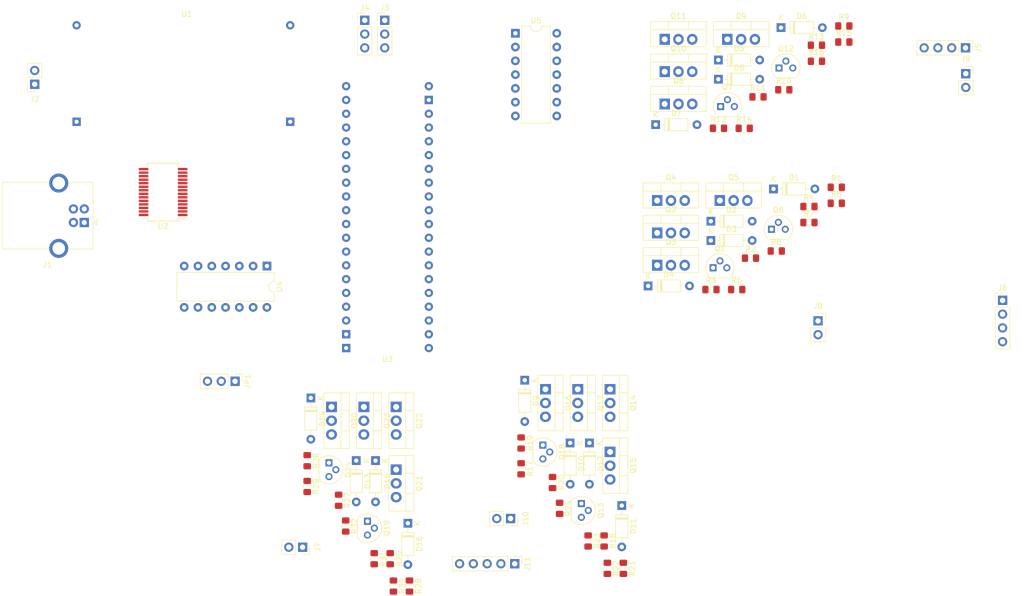
<source format=kicad_pcb>
(kicad_pcb (version 20171130) (host pcbnew "(5.1.0)-1")
  (layers (0 F.Cu signal) (31 B.Cu signal) (34 B.Paste user) (35 F.Paste user) (36 B.SilkS user) (37 F.SilkS user) (38 B.Mask user) (39 F.Mask user) (44 Edge.Cuts user))
  (net 0 "")
  (net 1 HV)
  (net 2 /H_Bridge_1/Motor_+)
  (net 3 GND)
  (net 4 /H_Bridge_1/Motor_-)
  (net 5 /sheet5CA0C204/Motor_+)
  (net 6 /sheet5CA0C204/Motor_-)
  (net 7 /sheet5CA1B149/Motor_+)
  (net 8 /sheet5CA1B149/Motor_-)
  (net 9 /sheet5CA227AD/Motor_+)
  (net 10 /sheet5CA227AD/Motor_-)
  (net 11 "Net-(J1-Pad1)")
  (net 12 "Net-(J1-Pad2)")
  (net 13 "Net-(J1-Pad3)")
  (net 14 5V)
  (net 15 "Net-(J3-Pad3)")
  (net 16 "Net-(J4-Pad3)")
  (net 17 ENC1A)
  (net 18 ENC1B)
  (net 19 ENC2B)
  (net 20 ENC2A)
  (net 21 "Net-(J11-Pad3)")
  (net 22 "Net-(Q1-Pad3)")
  (net 23 /H_Bridge_1/PWM_1)
  (net 24 "Net-(Q2-Pad1)")
  (net 25 "Net-(Q4-Pad1)")
  (net 26 /H_Bridge_1/PWM_2)
  (net 27 "Net-(Q6-Pad3)")
  (net 28 "Net-(Q7-Pad3)")
  (net 29 /sheet5CA0C204/PWM_1)
  (net 30 "Net-(Q8-Pad1)")
  (net 31 "Net-(Q10-Pad1)")
  (net 32 /sheet5CA0C204/PWM_2)
  (net 33 "Net-(Q12-Pad3)")
  (net 34 /sheet5CA1B149/PWM_1)
  (net 35 "Net-(Q13-Pad3)")
  (net 36 "Net-(Q14-Pad1)")
  (net 37 "Net-(Q16-Pad1)")
  (net 38 /sheet5CA1B149/PWM_2)
  (net 39 "Net-(Q18-Pad3)")
  (net 40 "Net-(Q19-Pad3)")
  (net 41 /sheet5CA227AD/PWM_1)
  (net 42 "Net-(Q20-Pad1)")
  (net 43 "Net-(Q22-Pad1)")
  (net 44 "Net-(Q24-Pad3)")
  (net 45 /sheet5CA227AD/PWM_2)
  (net 46 "Net-(U2-Pad1)")
  (net 47 "Net-(U2-Pad2)")
  (net 48 "Net-(U2-Pad3)")
  (net 49 "Net-(U2-Pad17)")
  (net 50 "Net-(U2-Pad5)")
  (net 51 "Net-(U2-Pad6)")
  (net 52 "Net-(U2-Pad9)")
  (net 53 "Net-(U2-Pad10)")
  (net 54 "Net-(U2-Pad11)")
  (net 55 "Net-(U2-Pad12)")
  (net 56 "Net-(U2-Pad13)")
  (net 57 "Net-(U2-Pad14)")
  (net 58 "Net-(U2-Pad22)")
  (net 59 "Net-(U2-Pad23)")
  (net 60 "Net-(U2-Pad27)")
  (net 61 "Net-(U2-Pad28)")
  (net 62 "Net-(U3-Pad3)")
  (net 63 "Net-(U3-Pad4)")
  (net 64 "Net-(U3-Pad5)")
  (net 65 "Net-(U3-Pad6)")
  (net 66 "Net-(U3-Pad7)")
  (net 67 "Net-(U3-Pad8)")
  (net 68 "Net-(U3-Pad11)")
  (net 69 "Net-(U3-Pad12)")
  (net 70 "Net-(U3-Pad17)")
  (net 71 "Net-(U3-Pad18)")
  (net 72 "Net-(U3-Pad19)")
  (net 73 "Net-(U3-Pad20)")
  (net 74 "Net-(U3-Pad21)")
  (net 75 "Net-(U3-Pad24)")
  (net 76 "Net-(U3-Pad25)")
  (net 77 "Net-(U3-Pad28)")
  (net 78 "Net-(U3-Pad29)")
  (net 79 "Net-(U3-Pad30)")
  (net 80 "Net-(U3-Pad31)")
  (net 81 "Net-(U3-Pad32)")
  (net 82 "Net-(U3-Pad33)")
  (net 83 "Net-(U3-Pad34)")
  (net 84 "Net-(U3-Pad35)")
  (net 85 "Net-(U3-Pad36)")
  (net 86 "Net-(U3-Pad37)")
  (net 87 "Net-(U3-Pad38)")
  (net 88 "Net-(U3-Pad39)")
  (net 89 "Net-(U3-Pad40)")
  (net 90 "Net-(U4-Pad13)")
  (net 91 "Net-(U4-Pad12)")
  (net 92 "Net-(U4-Pad11)")
  (net 93 "Net-(U4-Pad10)")
  (net 94 "Net-(U5-Pad10)")
  (net 95 "Net-(U5-Pad11)")
  (net 96 "Net-(U5-Pad12)")
  (net 97 "Net-(U5-Pad13)")
  (module Diode_THT:D_DO-35_SOD27_P7.62mm_Horizontal (layer F.Cu) (at 166.034001 48.112601)
    (fp_text reference D1 (at 3.81 -2.12) (layer F.SilkS))
    (fp_text value 1N4148)
    (fp_text user K (at 0 -1.8) (layer F.SilkS))
    (pad 1 thru_hole rect (at 0 0) (size 1.6 1.6) (drill 0.8) (layers *.Cu *.Mask) (net 1 HV))
    (pad 2 thru_hole oval (at 7.62 0) (size 1.6 1.6) (drill 0.8) (layers *.Cu *.Mask) (net 2 /H_Bridge_1/Motor_+))
  )
  (module Diode_THT:D_DO-35_SOD27_P7.62mm_Horizontal (layer F.Cu) (at 154.484001 54.072601)
    (fp_text reference D2 (at 3.81 -2.12) (layer F.SilkS))
    (fp_text value 1N4148)
    (fp_text user K (at 0 -1.8) (layer F.SilkS))
    (pad 2 thru_hole oval (at 7.62 0) (size 1.6 1.6) (drill 0.8) (layers *.Cu *.Mask) (net 3 GND))
    (pad 1 thru_hole rect (at 0 0) (size 1.6 1.6) (drill 0.8) (layers *.Cu *.Mask) (net 2 /H_Bridge_1/Motor_+))
  )
  (module Diode_THT:D_DO-35_SOD27_P7.62mm_Horizontal (layer F.Cu) (at 154.484001 57.622601)
    (fp_text reference D3 (at 3.81 -2.12) (layer F.SilkS))
    (fp_text value 1N4148)
    (fp_text user K (at 0 -1.8) (layer F.SilkS))
    (pad 1 thru_hole rect (at 0 0) (size 1.6 1.6) (drill 0.8) (layers *.Cu *.Mask) (net 1 HV))
    (pad 2 thru_hole oval (at 7.62 0) (size 1.6 1.6) (drill 0.8) (layers *.Cu *.Mask) (net 4 /H_Bridge_1/Motor_-))
  )
  (module Diode_THT:D_DO-35_SOD27_P7.62mm_Horizontal (layer F.Cu) (at 142.934001 65.992601)
    (fp_text reference D4 (at 3.81 -2.12) (layer F.SilkS))
    (fp_text value 1N4148)
    (fp_text user K (at 0 -1.8) (layer F.SilkS))
    (pad 2 thru_hole oval (at 7.62 0) (size 1.6 1.6) (drill 0.8) (layers *.Cu *.Mask) (net 3 GND))
    (pad 1 thru_hole rect (at 0 0) (size 1.6 1.6) (drill 0.8) (layers *.Cu *.Mask) (net 4 /H_Bridge_1/Motor_-))
  )
  (module Diode_THT:D_DO-35_SOD27_P7.62mm_Horizontal (layer F.Cu) (at 155.870001 24.354601)
    (fp_text reference D5 (at 3.81 -2.12) (layer F.SilkS))
    (fp_text value 1N4148)
    (fp_text user K (at 0 -1.8) (layer F.SilkS))
    (pad 2 thru_hole oval (at 7.62 0) (size 1.6 1.6) (drill 0.8) (layers *.Cu *.Mask) (net 5 /sheet5CA0C204/Motor_+))
    (pad 1 thru_hole rect (at 0 0) (size 1.6 1.6) (drill 0.8) (layers *.Cu *.Mask) (net 1 HV))
  )
  (module Diode_THT:D_DO-35_SOD27_P7.62mm_Horizontal (layer F.Cu) (at 167.420001 18.394601)
    (fp_text reference D6 (at 3.81 -2.12) (layer F.SilkS))
    (fp_text value 1N4148)
    (fp_text user K (at 0 -1.8) (layer F.SilkS))
    (pad 1 thru_hole rect (at 0 0) (size 1.6 1.6) (drill 0.8) (layers *.Cu *.Mask) (net 5 /sheet5CA0C204/Motor_+))
    (pad 2 thru_hole oval (at 7.62 0) (size 1.6 1.6) (drill 0.8) (layers *.Cu *.Mask) (net 3 GND))
  )
  (module Diode_THT:D_DO-35_SOD27_P7.62mm_Horizontal (layer F.Cu) (at 144.320001 36.274601)
    (fp_text reference D7 (at 3.81 -2.12) (layer F.SilkS))
    (fp_text value 1N4148)
    (fp_text user K (at 0 -1.8) (layer F.SilkS))
    (pad 2 thru_hole oval (at 7.62 0) (size 1.6 1.6) (drill 0.8) (layers *.Cu *.Mask) (net 6 /sheet5CA0C204/Motor_-))
    (pad 1 thru_hole rect (at 0 0) (size 1.6 1.6) (drill 0.8) (layers *.Cu *.Mask) (net 1 HV))
  )
  (module Diode_THT:D_DO-35_SOD27_P7.62mm_Horizontal (layer F.Cu) (at 155.870001 27.904601)
    (fp_text reference D8 (at 3.81 -2.12) (layer F.SilkS))
    (fp_text value 1N4148)
    (fp_text user K (at 0 -1.8) (layer F.SilkS))
    (pad 1 thru_hole rect (at 0 0) (size 1.6 1.6) (drill 0.8) (layers *.Cu *.Mask) (net 6 /sheet5CA0C204/Motor_-))
    (pad 2 thru_hole oval (at 7.62 0) (size 1.6 1.6) (drill 0.8) (layers *.Cu *.Mask) (net 3 GND))
  )
  (module Diode_THT:D_DO-35_SOD27_P7.62mm_Horizontal (layer F.Cu) (at 120.189399 83.373401 270)
    (fp_text reference D9 (at 3.81 -2.12 270) (layer F.SilkS))
    (fp_text value 1N4148)
    (fp_text user K (at 0 -1.8 270) (layer F.SilkS))
    (pad 2 thru_hole oval (at 7.62 0 270) (size 1.6 1.6) (drill 0.8) (layers *.Cu *.Mask) (net 7 /sheet5CA1B149/Motor_+))
    (pad 1 thru_hole rect (at 0 0 270) (size 1.6 1.6) (drill 0.8) (layers *.Cu *.Mask) (net 1 HV))
  )
  (module Diode_THT:D_DO-35_SOD27_P7.62mm_Horizontal (layer F.Cu) (at 128.559399 94.923401 270)
    (fp_text reference D10 (at 3.81 -2.12 270) (layer F.SilkS))
    (fp_text value 1N4148)
    (fp_text user K (at 0 -1.8 270) (layer F.SilkS))
    (pad 1 thru_hole rect (at 0 0 270) (size 1.6 1.6) (drill 0.8) (layers *.Cu *.Mask) (net 7 /sheet5CA1B149/Motor_+))
    (pad 2 thru_hole oval (at 7.62 0 270) (size 1.6 1.6) (drill 0.8) (layers *.Cu *.Mask) (net 3 GND))
  )
  (module Diode_THT:D_DO-35_SOD27_P7.62mm_Horizontal (layer F.Cu) (at 138.069399 106.473401 270)
    (fp_text reference D11 (at 3.81 -2.12 270) (layer F.SilkS))
    (fp_text value 1N4148)
    (fp_text user K (at 0 -1.8 270) (layer F.SilkS))
    (pad 1 thru_hole rect (at 0 0 270) (size 1.6 1.6) (drill 0.8) (layers *.Cu *.Mask) (net 1 HV))
    (pad 2 thru_hole oval (at 7.62 0 270) (size 1.6 1.6) (drill 0.8) (layers *.Cu *.Mask) (net 8 /sheet5CA1B149/Motor_-))
  )
  (module Diode_THT:D_DO-35_SOD27_P7.62mm_Horizontal (layer F.Cu) (at 132.109399 94.923401 270)
    (fp_text reference D12 (at 3.81 -2.12 270) (layer F.SilkS))
    (fp_text value 1N4148)
    (fp_text user K (at 0 -1.8 270) (layer F.SilkS))
    (pad 2 thru_hole oval (at 7.62 0 270) (size 1.6 1.6) (drill 0.8) (layers *.Cu *.Mask) (net 3 GND))
    (pad 1 thru_hole rect (at 0 0 270) (size 1.6 1.6) (drill 0.8) (layers *.Cu *.Mask) (net 8 /sheet5CA1B149/Motor_-))
  )
  (module Diode_THT:D_DO-35_SOD27_P7.62mm_Horizontal (layer F.Cu) (at 89.135599 98.186601 270)
    (fp_text reference D13 (at 3.81 -2.12 270) (layer F.SilkS))
    (fp_text value 1N4148)
    (fp_text user K (at 0 -1.8 270) (layer F.SilkS))
    (pad 1 thru_hole rect (at 0 0 270) (size 1.6 1.6) (drill 0.8) (layers *.Cu *.Mask) (net 1 HV))
    (pad 2 thru_hole oval (at 7.62 0 270) (size 1.6 1.6) (drill 0.8) (layers *.Cu *.Mask) (net 9 /sheet5CA227AD/Motor_+))
  )
  (module Diode_THT:D_DO-35_SOD27_P7.62mm_Horizontal (layer F.Cu) (at 80.765599 86.636601 270)
    (fp_text reference D14 (at 3.81 -2.12 270) (layer F.SilkS))
    (fp_text value 1N4148)
    (fp_text user K (at 0 -1.8 270) (layer F.SilkS))
    (pad 2 thru_hole oval (at 7.62 0 270) (size 1.6 1.6) (drill 0.8) (layers *.Cu *.Mask) (net 3 GND))
    (pad 1 thru_hole rect (at 0 0 270) (size 1.6 1.6) (drill 0.8) (layers *.Cu *.Mask) (net 9 /sheet5CA227AD/Motor_+))
  )
  (module Diode_THT:D_DO-35_SOD27_P7.62mm_Horizontal (layer F.Cu) (at 92.685599 98.186601 270)
    (fp_text reference D15 (at 3.81 -2.12 270) (layer F.SilkS))
    (fp_text value 1N4148)
    (fp_text user K (at 0 -1.8 270) (layer F.SilkS))
    (pad 1 thru_hole rect (at 0 0 270) (size 1.6 1.6) (drill 0.8) (layers *.Cu *.Mask) (net 1 HV))
    (pad 2 thru_hole oval (at 7.62 0 270) (size 1.6 1.6) (drill 0.8) (layers *.Cu *.Mask) (net 10 /sheet5CA227AD/Motor_-))
  )
  (module Diode_THT:D_DO-35_SOD27_P7.62mm_Horizontal (layer F.Cu) (at 98.645599 109.736601 270)
    (fp_text reference D16 (at 3.81 -2.12 270) (layer F.SilkS))
    (fp_text value 1N4148)
    (fp_text user K (at 0 -1.8 270) (layer F.SilkS))
    (pad 2 thru_hole oval (at 7.62 0 270) (size 1.6 1.6) (drill 0.8) (layers *.Cu *.Mask) (net 3 GND))
    (pad 1 thru_hole rect (at 0 0 270) (size 1.6 1.6) (drill 0.8) (layers *.Cu *.Mask) (net 10 /sheet5CA227AD/Motor_-))
  )
  (module Connector_USB:USB_B_OST_USB-B1HSxx_Horizontal (layer F.Cu) (at 39.0144 54.3052 180)
    (fp_text reference J1 (at 6.76 -7.77 180) (layer F.SilkS))
    (fp_text value USB_B)
    (pad 1 thru_hole rect (at 0 0 180) (size 1.7 1.7) (drill 0.92) (layers *.Cu *.Mask) (net 11 "Net-(J1-Pad1)"))
    (pad 2 thru_hole circle (at 0 2.5 180) (size 1.7 1.7) (drill 0.92) (layers *.Cu *.Mask) (net 12 "Net-(J1-Pad2)"))
    (pad 3 thru_hole circle (at 2 2.5 180) (size 1.7 1.7) (drill 0.92) (layers *.Cu *.Mask) (net 13 "Net-(J1-Pad3)"))
    (pad 4 thru_hole circle (at 2 0 180) (size 1.7 1.7) (drill 0.92) (layers *.Cu *.Mask) (net 3 GND))
    (pad 5 thru_hole circle (at 4.71 -4.77 180) (size 3.5 3.5) (drill 2.33) (layers *.Cu *.Mask) (net 3 GND))
    (pad 5 thru_hole circle (at 4.71 7.27 180) (size 3.5 3.5) (drill 2.33) (layers *.Cu *.Mask) (net 3 GND))
  )
  (module Connector_PinSocket_2.54mm:PinSocket_1x02_P2.54mm_Vertical (layer F.Cu) (at 29.8704 28.829 180)
    (fp_text reference J2 (at 0 -2.77 180) (layer F.SilkS))
    (fp_text value Power)
    (pad 1 thru_hole rect (at 0 0 180) (size 1.7 1.7) (drill 1) (layers *.Cu *.Mask) (net 3 GND))
    (pad 2 thru_hole oval (at 0 2.54 180) (size 1.7 1.7) (drill 1) (layers *.Cu *.Mask) (net 1 HV))
  )
  (module Connector_PinHeader_2.54mm:PinHeader_1x03_P2.54mm_Vertical (layer F.Cu) (at 94.3864 17.0434)
    (fp_text reference J3 (at 0 -2.33) (layer F.SilkS))
    (fp_text value "Servo 1")
    (pad 1 thru_hole rect (at 0 0) (size 1.7 1.7) (drill 1) (layers *.Cu *.Mask) (net 3 GND))
    (pad 2 thru_hole oval (at 0 2.54) (size 1.7 1.7) (drill 1) (layers *.Cu *.Mask) (net 14 5V))
    (pad 3 thru_hole oval (at 0 5.08) (size 1.7 1.7) (drill 1) (layers *.Cu *.Mask) (net 15 "Net-(J3-Pad3)"))
  )
  (module Connector_PinHeader_2.54mm:PinHeader_1x03_P2.54mm_Vertical (layer F.Cu) (at 90.7034 17.0434)
    (fp_text reference J4 (at 0 -2.33) (layer F.SilkS))
    (fp_text value "Servo 2")
    (pad 3 thru_hole oval (at 0 5.08) (size 1.7 1.7) (drill 1) (layers *.Cu *.Mask) (net 16 "Net-(J4-Pad3)"))
    (pad 2 thru_hole oval (at 0 2.54) (size 1.7 1.7) (drill 1) (layers *.Cu *.Mask) (net 14 5V))
    (pad 1 thru_hole rect (at 0 0) (size 1.7 1.7) (drill 1) (layers *.Cu *.Mask) (net 3 GND))
  )
  (module Connector_PinHeader_2.54mm:PinHeader_1x04_P2.54mm_Vertical (layer F.Cu) (at 201.422 22.1234 270)
    (fp_text reference J5 (at 0 -2.33 270) (layer F.SilkS))
    (fp_text value "Encoder 1")
    (pad 1 thru_hole rect (at 0 0 270) (size 1.7 1.7) (drill 1) (layers *.Cu *.Mask) (net 17 ENC1A))
    (pad 2 thru_hole oval (at 0 2.54 270) (size 1.7 1.7) (drill 1) (layers *.Cu *.Mask) (net 18 ENC1B))
    (pad 3 thru_hole oval (at 0 5.08 270) (size 1.7 1.7) (drill 1) (layers *.Cu *.Mask) (net 3 GND))
    (pad 4 thru_hole oval (at 0 7.62 270) (size 1.7 1.7) (drill 1) (layers *.Cu *.Mask) (net 14 5V))
  )
  (module Connector_PinHeader_2.54mm:PinHeader_1x04_P2.54mm_Vertical (layer F.Cu) (at 208.2546 68.6562)
    (fp_text reference J6 (at 0 -2.33) (layer F.SilkS))
    (fp_text value "Encoder 2")
    (pad 4 thru_hole oval (at 0 7.62) (size 1.7 1.7) (drill 1) (layers *.Cu *.Mask) (net 14 5V))
    (pad 3 thru_hole oval (at 0 5.08) (size 1.7 1.7) (drill 1) (layers *.Cu *.Mask) (net 3 GND))
    (pad 2 thru_hole oval (at 0 2.54) (size 1.7 1.7) (drill 1) (layers *.Cu *.Mask) (net 19 ENC2B))
    (pad 1 thru_hole rect (at 0 0) (size 1.7 1.7) (drill 1) (layers *.Cu *.Mask) (net 20 ENC2A))
  )
  (module Connector_PinSocket_2.54mm:PinSocket_1x02_P2.54mm_Vertical (layer F.Cu) (at 79.248 114.1476 270)
    (fp_text reference J7 (at 0 -2.77 270) (layer F.SilkS))
    (fp_text value "Stepper CD")
    (pad 2 thru_hole oval (at 0 2.54 270) (size 1.7 1.7) (drill 1) (layers *.Cu *.Mask) (net 10 /sheet5CA227AD/Motor_-))
    (pad 1 thru_hole rect (at 0 0 270) (size 1.7 1.7) (drill 1) (layers *.Cu *.Mask) (net 9 /sheet5CA227AD/Motor_+))
  )
  (module Connector_PinSocket_2.54mm:PinSocket_1x02_P2.54mm_Vertical (layer F.Cu) (at 174.244 72.4408)
    (fp_text reference J8 (at 0 -2.77) (layer F.SilkS))
    (fp_text value "Motor 1")
    (pad 1 thru_hole rect (at 0 0) (size 1.7 1.7) (drill 1) (layers *.Cu *.Mask) (net 2 /H_Bridge_1/Motor_+))
    (pad 2 thru_hole oval (at 0 2.54) (size 1.7 1.7) (drill 1) (layers *.Cu *.Mask) (net 4 /H_Bridge_1/Motor_-))
  )
  (module Connector_PinSocket_2.54mm:PinSocket_1x02_P2.54mm_Vertical (layer F.Cu) (at 201.4728 26.8732)
    (fp_text reference J9 (at 0 -2.77) (layer F.SilkS))
    (fp_text value "Motor 2")
    (pad 2 thru_hole oval (at 0 2.54) (size 1.7 1.7) (drill 1) (layers *.Cu *.Mask) (net 6 /sheet5CA0C204/Motor_-))
    (pad 1 thru_hole rect (at 0 0) (size 1.7 1.7) (drill 1) (layers *.Cu *.Mask) (net 5 /sheet5CA0C204/Motor_+))
  )
  (module Connector_PinSocket_2.54mm:PinSocket_1x02_P2.54mm_Vertical (layer F.Cu) (at 117.5766 108.8644 270)
    (fp_text reference J10 (at 0 -2.77 270) (layer F.SilkS))
    (fp_text value "Stepper AB")
    (pad 1 thru_hole rect (at 0 0 270) (size 1.7 1.7) (drill 1) (layers *.Cu *.Mask) (net 7 /sheet5CA1B149/Motor_+))
    (pad 2 thru_hole oval (at 0 2.54 270) (size 1.7 1.7) (drill 1) (layers *.Cu *.Mask) (net 8 /sheet5CA1B149/Motor_-))
  )
  (module Connector_PinHeader_2.54mm:PinHeader_1x05_P2.54mm_Vertical (layer F.Cu) (at 118.3386 117.1956 270)
    (fp_text reference J11 (at 0 -2.33 270) (layer F.SilkS))
    (fp_text value Uni_stepper)
    (pad 1 thru_hole rect (at 0 0 270) (size 1.7 1.7) (drill 1) (layers *.Cu *.Mask) (net 7 /sheet5CA1B149/Motor_+))
    (pad 2 thru_hole oval (at 0 2.54 270) (size 1.7 1.7) (drill 1) (layers *.Cu *.Mask) (net 8 /sheet5CA1B149/Motor_-))
    (pad 3 thru_hole oval (at 0 5.08 270) (size 1.7 1.7) (drill 1) (layers *.Cu *.Mask) (net 21 "Net-(J11-Pad3)"))
    (pad 4 thru_hole oval (at 0 7.62 270) (size 1.7 1.7) (drill 1) (layers *.Cu *.Mask) (net 9 /sheet5CA227AD/Motor_+))
    (pad 5 thru_hole oval (at 0 10.16 270) (size 1.7 1.7) (drill 1) (layers *.Cu *.Mask) (net 10 /sheet5CA227AD/Motor_-))
  )
  (module Connector_PinHeader_2.54mm:PinHeader_1x03_P2.54mm_Vertical (layer F.Cu) (at 66.802 83.566 270)
    (fp_text reference JP1 (at 0 -2.33 270) (layer F.SilkS))
    (fp_text value "Voltage switch")
    (pad 1 thru_hole rect (at 0 0 270) (size 1.7 1.7) (drill 1) (layers *.Cu *.Mask) (net 1 HV))
    (pad 2 thru_hole oval (at 0 2.54 270) (size 1.7 1.7) (drill 1) (layers *.Cu *.Mask) (net 21 "Net-(J11-Pad3)"))
    (pad 3 thru_hole oval (at 0 5.08 270) (size 1.7 1.7) (drill 1) (layers *.Cu *.Mask) (net 14 5V))
  )
  (module Package_TO_SOT_THT:TO-92 (layer F.Cu) (at 154.894001 62.652601)
    (fp_text reference Q1 (at 1.27 -3.56) (layer F.SilkS))
    (fp_text value Q_NPN_EBC)
    (pad 1 thru_hole rect (at 0 0 90) (size 1.3 1.3) (drill 0.75) (layers *.Cu *.Mask) (net 3 GND))
    (pad 3 thru_hole circle (at 2.54 0 90) (size 1.3 1.3) (drill 0.75) (layers *.Cu *.Mask) (net 22 "Net-(Q1-Pad3)"))
    (pad 2 thru_hole circle (at 1.27 -1.27 90) (size 1.3 1.3) (drill 0.75) (layers *.Cu *.Mask) (net 23 /H_Bridge_1/PWM_1))
  )
  (module Package_TO_SOT_THT:TO-220-3_Vertical (layer F.Cu) (at 144.594001 56.222601)
    (fp_text reference Q2 (at 2.54 -4.27) (layer F.SilkS))
    (fp_text value IRF9540N)
    (pad 1 thru_hole rect (at 0 0) (size 1.905 2) (drill 1.1) (layers *.Cu *.Mask) (net 24 "Net-(Q2-Pad1)"))
    (pad 2 thru_hole oval (at 2.54 0) (size 1.905 2) (drill 1.1) (layers *.Cu *.Mask) (net 2 /H_Bridge_1/Motor_+))
    (pad 3 thru_hole oval (at 5.08 0) (size 1.905 2) (drill 1.1) (layers *.Cu *.Mask) (net 1 HV))
  )
  (module Package_TO_SOT_THT:TO-220-3_Vertical (layer F.Cu) (at 144.594001 62.182601)
    (fp_text reference Q3 (at 2.54 -4.27) (layer F.SilkS))
    (fp_text value IRF540N)
    (pad 3 thru_hole oval (at 5.08 0) (size 1.905 2) (drill 1.1) (layers *.Cu *.Mask) (net 3 GND))
    (pad 2 thru_hole oval (at 2.54 0) (size 1.905 2) (drill 1.1) (layers *.Cu *.Mask) (net 2 /H_Bridge_1/Motor_+))
    (pad 1 thru_hole rect (at 0 0) (size 1.905 2) (drill 1.1) (layers *.Cu *.Mask) (net 24 "Net-(Q2-Pad1)"))
  )
  (module Package_TO_SOT_THT:TO-220-3_Vertical (layer F.Cu) (at 144.594001 50.262601)
    (fp_text reference Q4 (at 2.54 -4.27) (layer F.SilkS))
    (fp_text value IRF9540N)
    (pad 3 thru_hole oval (at 5.08 0) (size 1.905 2) (drill 1.1) (layers *.Cu *.Mask) (net 1 HV))
    (pad 2 thru_hole oval (at 2.54 0) (size 1.905 2) (drill 1.1) (layers *.Cu *.Mask) (net 4 /H_Bridge_1/Motor_-))
    (pad 1 thru_hole rect (at 0 0) (size 1.905 2) (drill 1.1) (layers *.Cu *.Mask) (net 25 "Net-(Q4-Pad1)"))
  )
  (module Package_TO_SOT_THT:TO-220-3_Vertical (layer F.Cu) (at 156.144001 50.262601)
    (fp_text reference Q5 (at 2.54 -4.27) (layer F.SilkS))
    (fp_text value IRF540N)
    (pad 3 thru_hole oval (at 5.08 0) (size 1.905 2) (drill 1.1) (layers *.Cu *.Mask) (net 3 GND))
    (pad 2 thru_hole oval (at 2.54 0) (size 1.905 2) (drill 1.1) (layers *.Cu *.Mask) (net 4 /H_Bridge_1/Motor_-))
    (pad 1 thru_hole rect (at 0 0) (size 1.905 2) (drill 1.1) (layers *.Cu *.Mask) (net 25 "Net-(Q4-Pad1)"))
  )
  (module Package_TO_SOT_THT:TO-92 (layer F.Cu) (at 165.664001 55.552601)
    (fp_text reference Q6 (at 1.27 -3.56) (layer F.SilkS))
    (fp_text value Q_NPN_EBC)
    (pad 2 thru_hole circle (at 1.27 -1.27 90) (size 1.3 1.3) (drill 0.75) (layers *.Cu *.Mask) (net 26 /H_Bridge_1/PWM_2))
    (pad 3 thru_hole circle (at 2.54 0 90) (size 1.3 1.3) (drill 0.75) (layers *.Cu *.Mask) (net 27 "Net-(Q6-Pad3)"))
    (pad 1 thru_hole rect (at 0 0 90) (size 1.3 1.3) (drill 0.75) (layers *.Cu *.Mask) (net 3 GND))
  )
  (module Package_TO_SOT_THT:TO-92 (layer F.Cu) (at 156.280001 32.934601)
    (fp_text reference Q7 (at 1.27 -3.56) (layer F.SilkS))
    (fp_text value Q_NPN_EBC)
    (pad 1 thru_hole rect (at 0 0 90) (size 1.3 1.3) (drill 0.75) (layers *.Cu *.Mask) (net 3 GND))
    (pad 3 thru_hole circle (at 2.54 0 90) (size 1.3 1.3) (drill 0.75) (layers *.Cu *.Mask) (net 28 "Net-(Q7-Pad3)"))
    (pad 2 thru_hole circle (at 1.27 -1.27 90) (size 1.3 1.3) (drill 0.75) (layers *.Cu *.Mask) (net 29 /sheet5CA0C204/PWM_1))
  )
  (module Package_TO_SOT_THT:TO-220-3_Vertical (layer F.Cu) (at 145.980001 32.464601)
    (fp_text reference Q8 (at 2.54 -4.27) (layer F.SilkS))
    (fp_text value IRF9540N)
    (pad 3 thru_hole oval (at 5.08 0) (size 1.905 2) (drill 1.1) (layers *.Cu *.Mask) (net 1 HV))
    (pad 2 thru_hole oval (at 2.54 0) (size 1.905 2) (drill 1.1) (layers *.Cu *.Mask) (net 5 /sheet5CA0C204/Motor_+))
    (pad 1 thru_hole rect (at 0 0) (size 1.905 2) (drill 1.1) (layers *.Cu *.Mask) (net 30 "Net-(Q8-Pad1)"))
  )
  (module Package_TO_SOT_THT:TO-220-3_Vertical (layer F.Cu) (at 157.530001 20.544601)
    (fp_text reference Q9 (at 2.54 -4.27) (layer F.SilkS))
    (fp_text value IRF540N)
    (pad 1 thru_hole rect (at 0 0) (size 1.905 2) (drill 1.1) (layers *.Cu *.Mask) (net 30 "Net-(Q8-Pad1)"))
    (pad 2 thru_hole oval (at 2.54 0) (size 1.905 2) (drill 1.1) (layers *.Cu *.Mask) (net 5 /sheet5CA0C204/Motor_+))
    (pad 3 thru_hole oval (at 5.08 0) (size 1.905 2) (drill 1.1) (layers *.Cu *.Mask) (net 3 GND))
  )
  (module Package_TO_SOT_THT:TO-220-3_Vertical (layer F.Cu) (at 145.980001 26.504601)
    (fp_text reference Q10 (at 2.54 -4.27) (layer F.SilkS))
    (fp_text value IRF9540N)
    (pad 1 thru_hole rect (at 0 0) (size 1.905 2) (drill 1.1) (layers *.Cu *.Mask) (net 31 "Net-(Q10-Pad1)"))
    (pad 2 thru_hole oval (at 2.54 0) (size 1.905 2) (drill 1.1) (layers *.Cu *.Mask) (net 6 /sheet5CA0C204/Motor_-))
    (pad 3 thru_hole oval (at 5.08 0) (size 1.905 2) (drill 1.1) (layers *.Cu *.Mask) (net 1 HV))
  )
  (module Package_TO_SOT_THT:TO-220-3_Vertical (layer F.Cu) (at 145.980001 20.544601)
    (fp_text reference Q11 (at 2.54 -4.27) (layer F.SilkS))
    (fp_text value IRF540N)
    (pad 1 thru_hole rect (at 0 0) (size 1.905 2) (drill 1.1) (layers *.Cu *.Mask) (net 31 "Net-(Q10-Pad1)"))
    (pad 2 thru_hole oval (at 2.54 0) (size 1.905 2) (drill 1.1) (layers *.Cu *.Mask) (net 6 /sheet5CA0C204/Motor_-))
    (pad 3 thru_hole oval (at 5.08 0) (size 1.905 2) (drill 1.1) (layers *.Cu *.Mask) (net 3 GND))
  )
  (module Package_TO_SOT_THT:TO-92 (layer F.Cu) (at 167.050001 25.834601)
    (fp_text reference Q12 (at 1.27 -3.56) (layer F.SilkS))
    (fp_text value Q_NPN_EBC)
    (pad 2 thru_hole circle (at 1.27 -1.27 90) (size 1.3 1.3) (drill 0.75) (layers *.Cu *.Mask) (net 32 /sheet5CA0C204/PWM_2))
    (pad 3 thru_hole circle (at 2.54 0 90) (size 1.3 1.3) (drill 0.75) (layers *.Cu *.Mask) (net 33 "Net-(Q12-Pad3)"))
    (pad 1 thru_hole rect (at 0 0 90) (size 1.3 1.3) (drill 0.75) (layers *.Cu *.Mask) (net 3 GND))
  )
  (module Package_TO_SOT_THT:TO-92 (layer F.Cu) (at 130.629399 106.103401 270)
    (fp_text reference Q13 (at 1.27 -3.56 270) (layer F.SilkS))
    (fp_text value Q_NPN_EBC)
    (pad 2 thru_hole circle (at 1.27 -1.27) (size 1.3 1.3) (drill 0.75) (layers *.Cu *.Mask) (net 34 /sheet5CA1B149/PWM_1))
    (pad 3 thru_hole circle (at 2.54 0) (size 1.3 1.3) (drill 0.75) (layers *.Cu *.Mask) (net 35 "Net-(Q13-Pad3)"))
    (pad 1 thru_hole rect (at 0 0) (size 1.3 1.3) (drill 0.75) (layers *.Cu *.Mask) (net 3 GND))
  )
  (module Package_TO_SOT_THT:TO-220-3_Vertical (layer F.Cu) (at 135.919399 85.033401 270)
    (fp_text reference Q14 (at 2.54 -4.27 270) (layer F.SilkS))
    (fp_text value IRF9540N)
    (pad 3 thru_hole oval (at 5.08 0 270) (size 1.905 2) (drill 1.1) (layers *.Cu *.Mask) (net 1 HV))
    (pad 2 thru_hole oval (at 2.54 0 270) (size 1.905 2) (drill 1.1) (layers *.Cu *.Mask) (net 7 /sheet5CA1B149/Motor_+))
    (pad 1 thru_hole rect (at 0 0 270) (size 1.905 2) (drill 1.1) (layers *.Cu *.Mask) (net 36 "Net-(Q14-Pad1)"))
  )
  (module Package_TO_SOT_THT:TO-220-3_Vertical (layer F.Cu) (at 135.919399 96.583401 270)
    (fp_text reference Q15 (at 2.54 -4.27 270) (layer F.SilkS))
    (fp_text value IRF540N)
    (pad 1 thru_hole rect (at 0 0 270) (size 1.905 2) (drill 1.1) (layers *.Cu *.Mask) (net 36 "Net-(Q14-Pad1)"))
    (pad 2 thru_hole oval (at 2.54 0 270) (size 1.905 2) (drill 1.1) (layers *.Cu *.Mask) (net 7 /sheet5CA1B149/Motor_+))
    (pad 3 thru_hole oval (at 5.08 0 270) (size 1.905 2) (drill 1.1) (layers *.Cu *.Mask) (net 3 GND))
  )
  (module Package_TO_SOT_THT:TO-220-3_Vertical (layer F.Cu) (at 123.999399 85.033401 270)
    (fp_text reference Q16 (at 2.54 -4.27 270) (layer F.SilkS))
    (fp_text value IRF9540N)
    (pad 1 thru_hole rect (at 0 0 270) (size 1.905 2) (drill 1.1) (layers *.Cu *.Mask) (net 37 "Net-(Q16-Pad1)"))
    (pad 2 thru_hole oval (at 2.54 0 270) (size 1.905 2) (drill 1.1) (layers *.Cu *.Mask) (net 8 /sheet5CA1B149/Motor_-))
    (pad 3 thru_hole oval (at 5.08 0 270) (size 1.905 2) (drill 1.1) (layers *.Cu *.Mask) (net 1 HV))
  )
  (module Package_TO_SOT_THT:TO-220-3_Vertical (layer F.Cu) (at 129.959399 85.033401 270)
    (fp_text reference Q17 (at 2.54 -4.27 270) (layer F.SilkS))
    (fp_text value IRF540N)
    (pad 3 thru_hole oval (at 5.08 0 270) (size 1.905 2) (drill 1.1) (layers *.Cu *.Mask) (net 3 GND))
    (pad 2 thru_hole oval (at 2.54 0 270) (size 1.905 2) (drill 1.1) (layers *.Cu *.Mask) (net 8 /sheet5CA1B149/Motor_-))
    (pad 1 thru_hole rect (at 0 0 270) (size 1.905 2) (drill 1.1) (layers *.Cu *.Mask) (net 37 "Net-(Q16-Pad1)"))
  )
  (module Package_TO_SOT_THT:TO-92 (layer F.Cu) (at 123.529399 95.333401 270)
    (fp_text reference Q18 (at 1.27 -3.56 270) (layer F.SilkS))
    (fp_text value Q_NPN_EBC)
    (pad 2 thru_hole circle (at 1.27 -1.27) (size 1.3 1.3) (drill 0.75) (layers *.Cu *.Mask) (net 38 /sheet5CA1B149/PWM_2))
    (pad 3 thru_hole circle (at 2.54 0) (size 1.3 1.3) (drill 0.75) (layers *.Cu *.Mask) (net 39 "Net-(Q18-Pad3)"))
    (pad 1 thru_hole rect (at 0 0) (size 1.3 1.3) (drill 0.75) (layers *.Cu *.Mask) (net 3 GND))
  )
  (module Package_TO_SOT_THT:TO-92 (layer F.Cu) (at 91.205599 109.366601 270)
    (fp_text reference Q19 (at 1.27 -3.56 270) (layer F.SilkS))
    (fp_text value Q_NPN_EBC)
    (pad 1 thru_hole rect (at 0 0) (size 1.3 1.3) (drill 0.75) (layers *.Cu *.Mask) (net 3 GND))
    (pad 3 thru_hole circle (at 2.54 0) (size 1.3 1.3) (drill 0.75) (layers *.Cu *.Mask) (net 40 "Net-(Q19-Pad3)"))
    (pad 2 thru_hole circle (at 1.27 -1.27) (size 1.3 1.3) (drill 0.75) (layers *.Cu *.Mask) (net 41 /sheet5CA227AD/PWM_1))
  )
  (module Package_TO_SOT_THT:TO-220-3_Vertical (layer F.Cu) (at 84.575599 88.296601 270)
    (fp_text reference Q20 (at 2.54 -4.27 270) (layer F.SilkS))
    (fp_text value IRF9540N)
    (pad 3 thru_hole oval (at 5.08 0 270) (size 1.905 2) (drill 1.1) (layers *.Cu *.Mask) (net 1 HV))
    (pad 2 thru_hole oval (at 2.54 0 270) (size 1.905 2) (drill 1.1) (layers *.Cu *.Mask) (net 9 /sheet5CA227AD/Motor_+))
    (pad 1 thru_hole rect (at 0 0 270) (size 1.905 2) (drill 1.1) (layers *.Cu *.Mask) (net 42 "Net-(Q20-Pad1)"))
  )
  (module Package_TO_SOT_THT:TO-220-3_Vertical (layer F.Cu) (at 96.495599 99.846601 270)
    (fp_text reference Q21 (at 2.54 -4.27 270) (layer F.SilkS))
    (fp_text value IRF540N)
    (pad 1 thru_hole rect (at 0 0 270) (size 1.905 2) (drill 1.1) (layers *.Cu *.Mask) (net 42 "Net-(Q20-Pad1)"))
    (pad 2 thru_hole oval (at 2.54 0 270) (size 1.905 2) (drill 1.1) (layers *.Cu *.Mask) (net 9 /sheet5CA227AD/Motor_+))
    (pad 3 thru_hole oval (at 5.08 0 270) (size 1.905 2) (drill 1.1) (layers *.Cu *.Mask) (net 3 GND))
  )
  (module Package_TO_SOT_THT:TO-220-3_Vertical (layer F.Cu) (at 96.495599 88.296601 270)
    (fp_text reference Q22 (at 2.54 -4.27 270) (layer F.SilkS))
    (fp_text value IRF9540N)
    (pad 1 thru_hole rect (at 0 0 270) (size 1.905 2) (drill 1.1) (layers *.Cu *.Mask) (net 43 "Net-(Q22-Pad1)"))
    (pad 2 thru_hole oval (at 2.54 0 270) (size 1.905 2) (drill 1.1) (layers *.Cu *.Mask) (net 10 /sheet5CA227AD/Motor_-))
    (pad 3 thru_hole oval (at 5.08 0 270) (size 1.905 2) (drill 1.1) (layers *.Cu *.Mask) (net 1 HV))
  )
  (module Package_TO_SOT_THT:TO-220-3_Vertical (layer F.Cu) (at 90.535599 88.296601 270)
    (fp_text reference Q23 (at 2.54 -4.27 270) (layer F.SilkS))
    (fp_text value IRF540N)
    (pad 3 thru_hole oval (at 5.08 0 270) (size 1.905 2) (drill 1.1) (layers *.Cu *.Mask) (net 3 GND))
    (pad 2 thru_hole oval (at 2.54 0 270) (size 1.905 2) (drill 1.1) (layers *.Cu *.Mask) (net 10 /sheet5CA227AD/Motor_-))
    (pad 1 thru_hole rect (at 0 0 270) (size 1.905 2) (drill 1.1) (layers *.Cu *.Mask) (net 43 "Net-(Q22-Pad1)"))
  )
  (module Package_TO_SOT_THT:TO-92 (layer F.Cu) (at 84.105599 98.596601 270)
    (fp_text reference Q24 (at 1.27 -3.56 270) (layer F.SilkS))
    (fp_text value Q_NPN_EBC)
    (pad 1 thru_hole rect (at 0 0) (size 1.3 1.3) (drill 0.75) (layers *.Cu *.Mask) (net 3 GND))
    (pad 3 thru_hole circle (at 2.54 0) (size 1.3 1.3) (drill 0.75) (layers *.Cu *.Mask) (net 44 "Net-(Q24-Pad3)"))
    (pad 2 thru_hole circle (at 1.27 -1.27) (size 1.3 1.3) (drill 0.75) (layers *.Cu *.Mask) (net 45 /sheet5CA227AD/PWM_2))
  )
  (module Resistor_SMD:R_0805_2012Metric_Pad1.15x1.40mm_HandSolder (layer F.Cu) (at 177.604001 47.812601)
    (fp_text reference R1 (at 0 -1.65) (layer F.SilkS))
    (fp_text value 220k)
    (pad 1 smd roundrect (at -1.025 0) (size 1.15 1.4) (layers F.Cu F.Paste F.Mask) (roundrect_rratio 0.217391) (net 1 HV))
    (pad 2 smd roundrect (at 1.025 0) (size 1.15 1.4) (layers F.Cu F.Paste F.Mask) (roundrect_rratio 0.217391) (net 24 "Net-(Q2-Pad1)"))
  )
  (module Resistor_SMD:R_0805_2012Metric_Pad1.15x1.40mm_HandSolder (layer F.Cu) (at 161.794001 60.872601)
    (fp_text reference R2 (at 0 -1.65) (layer F.SilkS))
    (fp_text value 1k)
    (pad 1 smd roundrect (at -1.025 0) (size 1.15 1.4) (layers F.Cu F.Paste F.Mask) (roundrect_rratio 0.217391) (net 24 "Net-(Q2-Pad1)"))
    (pad 2 smd roundrect (at 1.025 0) (size 1.15 1.4) (layers F.Cu F.Paste F.Mask) (roundrect_rratio 0.217391) (net 22 "Net-(Q1-Pad3)"))
  )
  (module Resistor_SMD:R_0805_2012Metric_Pad1.15x1.40mm_HandSolder (layer F.Cu) (at 154.504001 66.662601)
    (fp_text reference R3 (at 0 -1.65) (layer F.SilkS))
    (fp_text value 1k)
    (pad 1 smd roundrect (at -1.025 0) (size 1.15 1.4) (layers F.Cu F.Paste F.Mask) (roundrect_rratio 0.217391) (net 1 HV))
    (pad 2 smd roundrect (at 1.025 0) (size 1.15 1.4) (layers F.Cu F.Paste F.Mask) (roundrect_rratio 0.217391) (net 24 "Net-(Q2-Pad1)"))
  )
  (module Resistor_SMD:R_0805_2012Metric_Pad1.15x1.40mm_HandSolder (layer F.Cu) (at 172.564001 51.362601)
    (fp_text reference R4 (at 0 -1.65) (layer F.SilkS))
    (fp_text value 1k)
    (pad 2 smd roundrect (at 1.025 0) (size 1.15 1.4) (layers F.Cu F.Paste F.Mask) (roundrect_rratio 0.217391) (net 3 GND))
    (pad 1 smd roundrect (at -1.025 0) (size 1.15 1.4) (layers F.Cu F.Paste F.Mask) (roundrect_rratio 0.217391) (net 24 "Net-(Q2-Pad1)"))
  )
  (module Resistor_SMD:R_0805_2012Metric_Pad1.15x1.40mm_HandSolder (layer F.Cu) (at 159.254001 66.662601)
    (fp_text reference R5 (at 0 -1.65) (layer F.SilkS))
    (fp_text value 1k)
    (pad 2 smd roundrect (at 1.025 0) (size 1.15 1.4) (layers F.Cu F.Paste F.Mask) (roundrect_rratio 0.217391) (net 25 "Net-(Q4-Pad1)"))
    (pad 1 smd roundrect (at -1.025 0) (size 1.15 1.4) (layers F.Cu F.Paste F.Mask) (roundrect_rratio 0.217391) (net 1 HV))
  )
  (module Resistor_SMD:R_0805_2012Metric_Pad1.15x1.40mm_HandSolder (layer F.Cu) (at 177.604001 50.762601)
    (fp_text reference R6 (at 0 -1.65) (layer F.SilkS))
    (fp_text value 1k)
    (pad 1 smd roundrect (at -1.025 0) (size 1.15 1.4) (layers F.Cu F.Paste F.Mask) (roundrect_rratio 0.217391) (net 25 "Net-(Q4-Pad1)"))
    (pad 2 smd roundrect (at 1.025 0) (size 1.15 1.4) (layers F.Cu F.Paste F.Mask) (roundrect_rratio 0.217391) (net 3 GND))
  )
  (module Resistor_SMD:R_0805_2012Metric_Pad1.15x1.40mm_HandSolder (layer F.Cu) (at 172.564001 54.312601)
    (fp_text reference R7 (at 0 -1.65) (layer F.SilkS))
    (fp_text value 220k)
    (pad 1 smd roundrect (at -1.025 0) (size 1.15 1.4) (layers F.Cu F.Paste F.Mask) (roundrect_rratio 0.217391) (net 1 HV))
    (pad 2 smd roundrect (at 1.025 0) (size 1.15 1.4) (layers F.Cu F.Paste F.Mask) (roundrect_rratio 0.217391) (net 25 "Net-(Q4-Pad1)"))
  )
  (module Resistor_SMD:R_0805_2012Metric_Pad1.15x1.40mm_HandSolder (layer F.Cu) (at 166.544001 59.562601)
    (fp_text reference R8 (at 0 -1.65) (layer F.SilkS))
    (fp_text value 1k)
    (pad 2 smd roundrect (at 1.025 0) (size 1.15 1.4) (layers F.Cu F.Paste F.Mask) (roundrect_rratio 0.217391) (net 27 "Net-(Q6-Pad3)"))
    (pad 1 smd roundrect (at -1.025 0) (size 1.15 1.4) (layers F.Cu F.Paste F.Mask) (roundrect_rratio 0.217391) (net 25 "Net-(Q4-Pad1)"))
  )
  (module Resistor_SMD:R_0805_2012Metric_Pad1.15x1.40mm_HandSolder (layer F.Cu) (at 178.990001 18.094601)
    (fp_text reference R9 (at 0 -1.65) (layer F.SilkS))
    (fp_text value 220k)
    (pad 1 smd roundrect (at -1.025 0) (size 1.15 1.4) (layers F.Cu F.Paste F.Mask) (roundrect_rratio 0.217391) (net 1 HV))
    (pad 2 smd roundrect (at 1.025 0) (size 1.15 1.4) (layers F.Cu F.Paste F.Mask) (roundrect_rratio 0.217391) (net 30 "Net-(Q8-Pad1)"))
  )
  (module Resistor_SMD:R_0805_2012Metric_Pad1.15x1.40mm_HandSolder (layer F.Cu) (at 167.930001 29.844601)
    (fp_text reference R10 (at 0 -1.65) (layer F.SilkS))
    (fp_text value 1k)
    (pad 2 smd roundrect (at 1.025 0) (size 1.15 1.4) (layers F.Cu F.Paste F.Mask) (roundrect_rratio 0.217391) (net 28 "Net-(Q7-Pad3)"))
    (pad 1 smd roundrect (at -1.025 0) (size 1.15 1.4) (layers F.Cu F.Paste F.Mask) (roundrect_rratio 0.217391) (net 30 "Net-(Q8-Pad1)"))
  )
  (module Resistor_SMD:R_0805_2012Metric_Pad1.15x1.40mm_HandSolder (layer F.Cu) (at 163.180001 31.154601)
    (fp_text reference R11 (at 0 -1.65) (layer F.SilkS))
    (fp_text value 1k)
    (pad 1 smd roundrect (at -1.025 0) (size 1.15 1.4) (layers F.Cu F.Paste F.Mask) (roundrect_rratio 0.217391) (net 1 HV))
    (pad 2 smd roundrect (at 1.025 0) (size 1.15 1.4) (layers F.Cu F.Paste F.Mask) (roundrect_rratio 0.217391) (net 30 "Net-(Q8-Pad1)"))
  )
  (module Resistor_SMD:R_0805_2012Metric_Pad1.15x1.40mm_HandSolder (layer F.Cu) (at 155.890001 36.944601)
    (fp_text reference R12 (at 0 -1.65) (layer F.SilkS))
    (fp_text value 1k)
    (pad 2 smd roundrect (at 1.025 0) (size 1.15 1.4) (layers F.Cu F.Paste F.Mask) (roundrect_rratio 0.217391) (net 3 GND))
    (pad 1 smd roundrect (at -1.025 0) (size 1.15 1.4) (layers F.Cu F.Paste F.Mask) (roundrect_rratio 0.217391) (net 30 "Net-(Q8-Pad1)"))
  )
  (module Resistor_SMD:R_0805_2012Metric_Pad1.15x1.40mm_HandSolder (layer F.Cu) (at 173.950001 21.644601)
    (fp_text reference R13 (at 0 -1.65) (layer F.SilkS))
    (fp_text value 1k)
    (pad 2 smd roundrect (at 1.025 0) (size 1.15 1.4) (layers F.Cu F.Paste F.Mask) (roundrect_rratio 0.217391) (net 31 "Net-(Q10-Pad1)"))
    (pad 1 smd roundrect (at -1.025 0) (size 1.15 1.4) (layers F.Cu F.Paste F.Mask) (roundrect_rratio 0.217391) (net 1 HV))
  )
  (module Resistor_SMD:R_0805_2012Metric_Pad1.15x1.40mm_HandSolder (layer F.Cu) (at 160.640001 36.944601)
    (fp_text reference R14 (at 0 -1.65) (layer F.SilkS))
    (fp_text value 1k)
    (pad 1 smd roundrect (at -1.025 0) (size 1.15 1.4) (layers F.Cu F.Paste F.Mask) (roundrect_rratio 0.217391) (net 31 "Net-(Q10-Pad1)"))
    (pad 2 smd roundrect (at 1.025 0) (size 1.15 1.4) (layers F.Cu F.Paste F.Mask) (roundrect_rratio 0.217391) (net 3 GND))
  )
  (module Resistor_SMD:R_0805_2012Metric_Pad1.15x1.40mm_HandSolder (layer F.Cu) (at 178.990001 21.044601)
    (fp_text reference R15 (at 0 -1.65) (layer F.SilkS))
    (fp_text value 220k)
    (pad 1 smd roundrect (at -1.025 0) (size 1.15 1.4) (layers F.Cu F.Paste F.Mask) (roundrect_rratio 0.217391) (net 1 HV))
    (pad 2 smd roundrect (at 1.025 0) (size 1.15 1.4) (layers F.Cu F.Paste F.Mask) (roundrect_rratio 0.217391) (net 31 "Net-(Q10-Pad1)"))
  )
  (module Resistor_SMD:R_0805_2012Metric_Pad1.15x1.40mm_HandSolder (layer F.Cu) (at 173.950001 24.594601)
    (fp_text reference R16 (at 0 -1.65) (layer F.SilkS))
    (fp_text value 1k)
    (pad 2 smd roundrect (at 1.025 0) (size 1.15 1.4) (layers F.Cu F.Paste F.Mask) (roundrect_rratio 0.217391) (net 33 "Net-(Q12-Pad3)"))
    (pad 1 smd roundrect (at -1.025 0) (size 1.15 1.4) (layers F.Cu F.Paste F.Mask) (roundrect_rratio 0.217391) (net 31 "Net-(Q10-Pad1)"))
  )
  (module Resistor_SMD:R_0805_2012Metric_Pad1.15x1.40mm_HandSolder (layer F.Cu) (at 119.519399 99.693401 270)
    (fp_text reference R17 (at 0 -1.65 270) (layer F.SilkS))
    (fp_text value 220k)
    (pad 1 smd roundrect (at -1.025 0 270) (size 1.15 1.4) (layers F.Cu F.Paste F.Mask) (roundrect_rratio 0.217391) (net 1 HV))
    (pad 2 smd roundrect (at 1.025 0 270) (size 1.15 1.4) (layers F.Cu F.Paste F.Mask) (roundrect_rratio 0.217391) (net 36 "Net-(Q14-Pad1)"))
  )
  (module Resistor_SMD:R_0805_2012Metric_Pad1.15x1.40mm_HandSolder (layer F.Cu) (at 134.819399 113.003401 270)
    (fp_text reference R18 (at 0 -1.65 270) (layer F.SilkS))
    (fp_text value 1k)
    (pad 2 smd roundrect (at 1.025 0 270) (size 1.15 1.4) (layers F.Cu F.Paste F.Mask) (roundrect_rratio 0.217391) (net 35 "Net-(Q13-Pad3)"))
    (pad 1 smd roundrect (at -1.025 0 270) (size 1.15 1.4) (layers F.Cu F.Paste F.Mask) (roundrect_rratio 0.217391) (net 36 "Net-(Q14-Pad1)"))
  )
  (module Resistor_SMD:R_0805_2012Metric_Pad1.15x1.40mm_HandSolder (layer F.Cu) (at 119.519399 94.943401 270)
    (fp_text reference R19 (at 0 -1.65 270) (layer F.SilkS))
    (fp_text value 1k)
    (pad 1 smd roundrect (at -1.025 0 270) (size 1.15 1.4) (layers F.Cu F.Paste F.Mask) (roundrect_rratio 0.217391) (net 1 HV))
    (pad 2 smd roundrect (at 1.025 0 270) (size 1.15 1.4) (layers F.Cu F.Paste F.Mask) (roundrect_rratio 0.217391) (net 36 "Net-(Q14-Pad1)"))
  )
  (module Resistor_SMD:R_0805_2012Metric_Pad1.15x1.40mm_HandSolder (layer F.Cu) (at 125.309399 102.233401 270)
    (fp_text reference R20 (at 0 -1.65 270) (layer F.SilkS))
    (fp_text value 1k)
    (pad 1 smd roundrect (at -1.025 0 270) (size 1.15 1.4) (layers F.Cu F.Paste F.Mask) (roundrect_rratio 0.217391) (net 36 "Net-(Q14-Pad1)"))
    (pad 2 smd roundrect (at 1.025 0 270) (size 1.15 1.4) (layers F.Cu F.Paste F.Mask) (roundrect_rratio 0.217391) (net 3 GND))
  )
  (module Resistor_SMD:R_0805_2012Metric_Pad1.15x1.40mm_HandSolder (layer F.Cu) (at 138.369399 118.043401 270)
    (fp_text reference R21 (at 0 -1.65 270) (layer F.SilkS))
    (fp_text value 1k)
    (pad 2 smd roundrect (at 1.025 0 270) (size 1.15 1.4) (layers F.Cu F.Paste F.Mask) (roundrect_rratio 0.217391) (net 37 "Net-(Q16-Pad1)"))
    (pad 1 smd roundrect (at -1.025 0 270) (size 1.15 1.4) (layers F.Cu F.Paste F.Mask) (roundrect_rratio 0.217391) (net 1 HV))
  )
  (module Resistor_SMD:R_0805_2012Metric_Pad1.15x1.40mm_HandSolder (layer F.Cu) (at 135.419399 118.043401 270)
    (fp_text reference R22 (at 0 -1.65 270) (layer F.SilkS))
    (fp_text value 1k)
    (pad 2 smd roundrect (at 1.025 0 270) (size 1.15 1.4) (layers F.Cu F.Paste F.Mask) (roundrect_rratio 0.217391) (net 3 GND))
    (pad 1 smd roundrect (at -1.025 0 270) (size 1.15 1.4) (layers F.Cu F.Paste F.Mask) (roundrect_rratio 0.217391) (net 37 "Net-(Q16-Pad1)"))
  )
  (module Resistor_SMD:R_0805_2012Metric_Pad1.15x1.40mm_HandSolder (layer F.Cu) (at 131.869399 113.003401 270)
    (fp_text reference R23 (at 0 -1.65 270) (layer F.SilkS))
    (fp_text value 220k)
    (pad 1 smd roundrect (at -1.025 0 270) (size 1.15 1.4) (layers F.Cu F.Paste F.Mask) (roundrect_rratio 0.217391) (net 1 HV))
    (pad 2 smd roundrect (at 1.025 0 270) (size 1.15 1.4) (layers F.Cu F.Paste F.Mask) (roundrect_rratio 0.217391) (net 37 "Net-(Q16-Pad1)"))
  )
  (module Resistor_SMD:R_0805_2012Metric_Pad1.15x1.40mm_HandSolder (layer F.Cu) (at 126.619399 106.983401 270)
    (fp_text reference R24 (at 0 -1.65 270) (layer F.SilkS))
    (fp_text value 1k)
    (pad 2 smd roundrect (at 1.025 0 270) (size 1.15 1.4) (layers F.Cu F.Paste F.Mask) (roundrect_rratio 0.217391) (net 39 "Net-(Q18-Pad3)"))
    (pad 1 smd roundrect (at -1.025 0 270) (size 1.15 1.4) (layers F.Cu F.Paste F.Mask) (roundrect_rratio 0.217391) (net 37 "Net-(Q16-Pad1)"))
  )
  (module Resistor_SMD:R_0805_2012Metric_Pad1.15x1.40mm_HandSolder (layer F.Cu) (at 95.395599 116.266601 270)
    (fp_text reference R25 (at 0 -1.65 270) (layer F.SilkS))
    (fp_text value 220k)
    (pad 2 smd roundrect (at 1.025 0 270) (size 1.15 1.4) (layers F.Cu F.Paste F.Mask) (roundrect_rratio 0.217391) (net 42 "Net-(Q20-Pad1)"))
    (pad 1 smd roundrect (at -1.025 0 270) (size 1.15 1.4) (layers F.Cu F.Paste F.Mask) (roundrect_rratio 0.217391) (net 1 HV))
  )
  (module Resistor_SMD:R_0805_2012Metric_Pad1.15x1.40mm_HandSolder (layer F.Cu) (at 80.095599 98.206601 270)
    (fp_text reference R26 (at 0 -1.65 270) (layer F.SilkS))
    (fp_text value 1k)
    (pad 2 smd roundrect (at 1.025 0 270) (size 1.15 1.4) (layers F.Cu F.Paste F.Mask) (roundrect_rratio 0.217391) (net 40 "Net-(Q19-Pad3)"))
    (pad 1 smd roundrect (at -1.025 0 270) (size 1.15 1.4) (layers F.Cu F.Paste F.Mask) (roundrect_rratio 0.217391) (net 42 "Net-(Q20-Pad1)"))
  )
  (module Resistor_SMD:R_0805_2012Metric_Pad1.15x1.40mm_HandSolder (layer F.Cu) (at 85.885599 105.496601 270)
    (fp_text reference R27 (at 0 -1.65 270) (layer F.SilkS))
    (fp_text value 1k)
    (pad 1 smd roundrect (at -1.025 0 270) (size 1.15 1.4) (layers F.Cu F.Paste F.Mask) (roundrect_rratio 0.217391) (net 1 HV))
    (pad 2 smd roundrect (at 1.025 0 270) (size 1.15 1.4) (layers F.Cu F.Paste F.Mask) (roundrect_rratio 0.217391) (net 42 "Net-(Q20-Pad1)"))
  )
  (module Resistor_SMD:R_0805_2012Metric_Pad1.15x1.40mm_HandSolder (layer F.Cu) (at 98.945599 121.306601 270)
    (fp_text reference R28 (at 0 -1.65 270) (layer F.SilkS))
    (fp_text value 1k)
    (pad 2 smd roundrect (at 1.025 0 270) (size 1.15 1.4) (layers F.Cu F.Paste F.Mask) (roundrect_rratio 0.217391) (net 3 GND))
    (pad 1 smd roundrect (at -1.025 0 270) (size 1.15 1.4) (layers F.Cu F.Paste F.Mask) (roundrect_rratio 0.217391) (net 42 "Net-(Q20-Pad1)"))
  )
  (module Resistor_SMD:R_0805_2012Metric_Pad1.15x1.40mm_HandSolder (layer F.Cu) (at 80.095599 102.956601 270)
    (fp_text reference R29 (at 0 -1.65 270) (layer F.SilkS))
    (fp_text value 1k)
    (pad 2 smd roundrect (at 1.025 0 270) (size 1.15 1.4) (layers F.Cu F.Paste F.Mask) (roundrect_rratio 0.217391) (net 43 "Net-(Q22-Pad1)"))
    (pad 1 smd roundrect (at -1.025 0 270) (size 1.15 1.4) (layers F.Cu F.Paste F.Mask) (roundrect_rratio 0.217391) (net 1 HV))
  )
  (module Resistor_SMD:R_0805_2012Metric_Pad1.15x1.40mm_HandSolder (layer F.Cu) (at 95.995599 121.306601 270)
    (fp_text reference R30 (at 0 -1.65 270) (layer F.SilkS))
    (fp_text value 1k)
    (pad 1 smd roundrect (at -1.025 0 270) (size 1.15 1.4) (layers F.Cu F.Paste F.Mask) (roundrect_rratio 0.217391) (net 43 "Net-(Q22-Pad1)"))
    (pad 2 smd roundrect (at 1.025 0 270) (size 1.15 1.4) (layers F.Cu F.Paste F.Mask) (roundrect_rratio 0.217391) (net 3 GND))
  )
  (module Resistor_SMD:R_0805_2012Metric_Pad1.15x1.40mm_HandSolder (layer F.Cu) (at 92.445599 116.266601 270)
    (fp_text reference R31 (at 0 -1.65 270) (layer F.SilkS))
    (fp_text value 220k)
    (pad 1 smd roundrect (at -1.025 0 270) (size 1.15 1.4) (layers F.Cu F.Paste F.Mask) (roundrect_rratio 0.217391) (net 1 HV))
    (pad 2 smd roundrect (at 1.025 0 270) (size 1.15 1.4) (layers F.Cu F.Paste F.Mask) (roundrect_rratio 0.217391) (net 43 "Net-(Q22-Pad1)"))
  )
  (module Resistor_SMD:R_0805_2012Metric_Pad1.15x1.40mm_HandSolder (layer F.Cu) (at 87.195599 110.246601 270)
    (fp_text reference R32 (at 0 -1.65 270) (layer F.SilkS))
    (fp_text value 1k)
    (pad 2 smd roundrect (at 1.025 0 270) (size 1.15 1.4) (layers F.Cu F.Paste F.Mask) (roundrect_rratio 0.217391) (net 44 "Net-(Q24-Pad3)"))
    (pad 1 smd roundrect (at -1.025 0 270) (size 1.15 1.4) (layers F.Cu F.Paste F.Mask) (roundrect_rratio 0.217391) (net 43 "Net-(Q22-Pad1)"))
  )
  (module My_Footprints:LM2596_Module (layer F.Cu) (at 57.277 15.4178)
    (fp_text reference U1 (at 0.635 0.5) (layer F.SilkS))
    (fp_text value LM2596S_Module)
    (pad 1 thru_hole circle (at -19.685 2.54) (size 1.524 1.524) (drill 0.762) (layers *.Cu *.Mask) (net 1 HV))
    (pad 3 thru_hole circle (at 19.685 2.54) (size 1.524 1.524) (drill 0.762) (layers *.Cu *.Mask) (net 14 5V))
    (pad 2 thru_hole rect (at -19.685 20.32) (size 1.524 1.524) (drill 0.762) (layers *.Cu *.Mask) (net 3 GND))
    (pad 4 thru_hole rect (at 19.685 20.32) (size 1.524 1.524) (drill 0.762) (layers *.Cu *.Mask) (net 3 GND))
  )
  (module Package_SO:SSOP-28_5.3x10.2mm_P0.65mm (layer F.Cu) (at 53.5432 48.6918 180)
    (fp_text reference U2 (at 0 -6.25 180) (layer F.SilkS))
    (fp_text value FT232RL)
    (pad 1 smd rect (at -3.6 -4.225 180) (size 1.75 0.45) (layers F.Cu F.Paste F.Mask) (net 46 "Net-(U2-Pad1)"))
    (pad 2 smd rect (at -3.6 -3.575 180) (size 1.75 0.45) (layers F.Cu F.Paste F.Mask) (net 47 "Net-(U2-Pad2)"))
    (pad 3 smd rect (at -3.6 -2.925 180) (size 1.75 0.45) (layers F.Cu F.Paste F.Mask) (net 48 "Net-(U2-Pad3)"))
    (pad 4 smd rect (at -3.6 -2.275 180) (size 1.75 0.45) (layers F.Cu F.Paste F.Mask) (net 49 "Net-(U2-Pad17)"))
    (pad 5 smd rect (at -3.6 -1.625 180) (size 1.75 0.45) (layers F.Cu F.Paste F.Mask) (net 50 "Net-(U2-Pad5)"))
    (pad 6 smd rect (at -3.6 -0.975 180) (size 1.75 0.45) (layers F.Cu F.Paste F.Mask) (net 51 "Net-(U2-Pad6)"))
    (pad 7 smd rect (at -3.6 -0.325 180) (size 1.75 0.45) (layers F.Cu F.Paste F.Mask) (net 3 GND))
    (pad 8 smd rect (at -3.6 0.325 180) (size 1.75 0.45) (layers F.Cu F.Paste F.Mask))
    (pad 9 smd rect (at -3.6 0.975 180) (size 1.75 0.45) (layers F.Cu F.Paste F.Mask) (net 52 "Net-(U2-Pad9)"))
    (pad 10 smd rect (at -3.6 1.625 180) (size 1.75 0.45) (layers F.Cu F.Paste F.Mask) (net 53 "Net-(U2-Pad10)"))
    (pad 11 smd rect (at -3.6 2.275 180) (size 1.75 0.45) (layers F.Cu F.Paste F.Mask) (net 54 "Net-(U2-Pad11)"))
    (pad 12 smd rect (at -3.6 2.925 180) (size 1.75 0.45) (layers F.Cu F.Paste F.Mask) (net 55 "Net-(U2-Pad12)"))
    (pad 13 smd rect (at -3.6 3.575 180) (size 1.75 0.45) (layers F.Cu F.Paste F.Mask) (net 56 "Net-(U2-Pad13)"))
    (pad 14 smd rect (at -3.6 4.225 180) (size 1.75 0.45) (layers F.Cu F.Paste F.Mask) (net 57 "Net-(U2-Pad14)"))
    (pad 15 smd rect (at 3.6 4.225 180) (size 1.75 0.45) (layers F.Cu F.Paste F.Mask) (net 13 "Net-(J1-Pad3)"))
    (pad 16 smd rect (at 3.6 3.575 180) (size 1.75 0.45) (layers F.Cu F.Paste F.Mask) (net 12 "Net-(J1-Pad2)"))
    (pad 17 smd rect (at 3.6 2.925 180) (size 1.75 0.45) (layers F.Cu F.Paste F.Mask) (net 49 "Net-(U2-Pad17)"))
    (pad 18 smd rect (at 3.6 2.275 180) (size 1.75 0.45) (layers F.Cu F.Paste F.Mask) (net 3 GND))
    (pad 19 smd rect (at 3.6 1.625 180) (size 1.75 0.45) (layers F.Cu F.Paste F.Mask) (net 49 "Net-(U2-Pad17)"))
    (pad 20 smd rect (at 3.6 0.975 180) (size 1.75 0.45) (layers F.Cu F.Paste F.Mask) (net 11 "Net-(J1-Pad1)"))
    (pad 21 smd rect (at 3.6 0.325 180) (size 1.75 0.45) (layers F.Cu F.Paste F.Mask) (net 3 GND))
    (pad 22 smd rect (at 3.6 -0.325 180) (size 1.75 0.45) (layers F.Cu F.Paste F.Mask) (net 58 "Net-(U2-Pad22)"))
    (pad 23 smd rect (at 3.6 -0.975 180) (size 1.75 0.45) (layers F.Cu F.Paste F.Mask) (net 59 "Net-(U2-Pad23)"))
    (pad 24 smd rect (at 3.6 -1.625 180) (size 1.75 0.45) (layers F.Cu F.Paste F.Mask))
    (pad 25 smd rect (at 3.6 -2.275 180) (size 1.75 0.45) (layers F.Cu F.Paste F.Mask) (net 3 GND))
    (pad 26 smd rect (at 3.6 -2.925 180) (size 1.75 0.45) (layers F.Cu F.Paste F.Mask) (net 3 GND))
    (pad 27 smd rect (at 3.6 -3.575 180) (size 1.75 0.45) (layers F.Cu F.Paste F.Mask) (net 60 "Net-(U2-Pad27)"))
    (pad 28 smd rect (at 3.6 -4.225 180) (size 1.75 0.45) (layers F.Cu F.Paste F.Mask) (net 61 "Net-(U2-Pad28)"))
  )
  (module My_Footprints:STM32F103C8T6_Board (layer F.Cu) (at 94.8944 79.9846 180)
    (fp_text reference U3 (at 0 0.5 180) (layer F.SilkS))
    (fp_text value STM32F103C8T6)
    (pad 1 thru_hole rect (at 7.62 2.54 180) (size 1.524 1.524) (drill 0.762) (layers *.Cu *.Mask) (net 3 GND))
    (pad 2 thru_hole rect (at 7.62 5.08 180) (size 1.524 1.524) (drill 0.762) (layers *.Cu *.Mask) (net 3 GND))
    (pad 3 thru_hole circle (at 7.62 7.62 180) (size 1.524 1.524) (drill 0.762) (layers *.Cu *.Mask) (net 62 "Net-(U3-Pad3)"))
    (pad 4 thru_hole circle (at 7.62 10.16 180) (size 1.524 1.524) (drill 0.762) (layers *.Cu *.Mask) (net 63 "Net-(U3-Pad4)"))
    (pad 5 thru_hole circle (at 7.62 12.7 180) (size 1.524 1.524) (drill 0.762) (layers *.Cu *.Mask) (net 64 "Net-(U3-Pad5)"))
    (pad 6 thru_hole circle (at 7.62 15.24 180) (size 1.524 1.524) (drill 0.762) (layers *.Cu *.Mask) (net 65 "Net-(U3-Pad6)"))
    (pad 7 thru_hole circle (at 7.62 17.78 180) (size 1.524 1.524) (drill 0.762) (layers *.Cu *.Mask) (net 66 "Net-(U3-Pad7)"))
    (pad 8 thru_hole circle (at 7.62 20.32 180) (size 1.524 1.524) (drill 0.762) (layers *.Cu *.Mask) (net 67 "Net-(U3-Pad8)"))
    (pad 9 thru_hole circle (at 7.62 22.86 180) (size 1.524 1.524) (drill 0.762) (layers *.Cu *.Mask) (net 18 ENC1B))
    (pad 10 thru_hole circle (at 7.62 25.4 180) (size 1.524 1.524) (drill 0.762) (layers *.Cu *.Mask) (net 17 ENC1A))
    (pad 11 thru_hole circle (at 7.62 27.94 180) (size 1.524 1.524) (drill 0.762) (layers *.Cu *.Mask) (net 68 "Net-(U3-Pad11)"))
    (pad 12 thru_hole circle (at 7.62 30.48 180) (size 1.524 1.524) (drill 0.762) (layers *.Cu *.Mask) (net 69 "Net-(U3-Pad12)"))
    (pad 13 thru_hole circle (at 7.62 33.02 180) (size 1.524 1.524) (drill 0.762) (layers *.Cu *.Mask) (net 46 "Net-(U2-Pad1)"))
    (pad 14 thru_hole circle (at 7.62 35.56 180) (size 1.524 1.524) (drill 0.762) (layers *.Cu *.Mask) (net 50 "Net-(U2-Pad5)"))
    (pad 15 thru_hole circle (at 7.62 38.1 180) (size 1.524 1.524) (drill 0.762) (layers *.Cu *.Mask) (net 16 "Net-(J4-Pad3)"))
    (pad 16 thru_hole circle (at 7.62 40.64 180) (size 1.524 1.524) (drill 0.762) (layers *.Cu *.Mask) (net 15 "Net-(J3-Pad3)"))
    (pad 17 thru_hole circle (at 7.62 43.18 180) (size 1.524 1.524) (drill 0.762) (layers *.Cu *.Mask) (net 70 "Net-(U3-Pad17)"))
    (pad 18 thru_hole circle (at 7.62 45.72 180) (size 1.524 1.524) (drill 0.762) (layers *.Cu *.Mask) (net 71 "Net-(U3-Pad18)"))
    (pad 19 thru_hole circle (at 7.62 48.26 180) (size 1.524 1.524) (drill 0.762) (layers *.Cu *.Mask) (net 72 "Net-(U3-Pad19)"))
    (pad 20 thru_hole circle (at 7.62 50.8 180) (size 1.524 1.524) (drill 0.762) (layers *.Cu *.Mask) (net 73 "Net-(U3-Pad20)"))
    (pad 21 thru_hole circle (at -7.62 50.8 180) (size 1.524 1.524) (drill 0.762) (layers *.Cu *.Mask) (net 74 "Net-(U3-Pad21)"))
    (pad 22 thru_hole rect (at -7.62 48.26 180) (size 1.524 1.524) (drill 0.762) (layers *.Cu *.Mask) (net 3 GND))
    (pad 23 thru_hole circle (at -7.62 45.72 180) (size 1.524 1.524) (drill 0.762) (layers *.Cu *.Mask) (net 14 5V))
    (pad 24 thru_hole circle (at -7.62 43.18 180) (size 1.524 1.524) (drill 0.762) (layers *.Cu *.Mask) (net 75 "Net-(U3-Pad24)"))
    (pad 25 thru_hole circle (at -7.62 40.64 180) (size 1.524 1.524) (drill 0.762) (layers *.Cu *.Mask) (net 76 "Net-(U3-Pad25)"))
    (pad 26 thru_hole circle (at -7.62 38.1 180) (size 1.524 1.524) (drill 0.762) (layers *.Cu *.Mask) (net 19 ENC2B))
    (pad 27 thru_hole circle (at -7.62 35.56 180) (size 1.524 1.524) (drill 0.762) (layers *.Cu *.Mask) (net 20 ENC2A))
    (pad 28 thru_hole circle (at -7.62 33.02 180) (size 1.524 1.524) (drill 0.762) (layers *.Cu *.Mask) (net 77 "Net-(U3-Pad28)"))
    (pad 29 thru_hole circle (at -7.62 30.48 180) (size 1.524 1.524) (drill 0.762) (layers *.Cu *.Mask) (net 78 "Net-(U3-Pad29)"))
    (pad 30 thru_hole circle (at -7.62 27.94 180) (size 1.524 1.524) (drill 0.762) (layers *.Cu *.Mask) (net 79 "Net-(U3-Pad30)"))
    (pad 31 thru_hole circle (at -7.62 25.4 180) (size 1.524 1.524) (drill 0.762) (layers *.Cu *.Mask) (net 80 "Net-(U3-Pad31)"))
    (pad 32 thru_hole circle (at -7.62 22.86 180) (size 1.524 1.524) (drill 0.762) (layers *.Cu *.Mask) (net 81 "Net-(U3-Pad32)"))
    (pad 33 thru_hole circle (at -7.62 20.32 180) (size 1.524 1.524) (drill 0.762) (layers *.Cu *.Mask) (net 82 "Net-(U3-Pad33)"))
    (pad 34 thru_hole circle (at -7.62 17.78 180) (size 1.524 1.524) (drill 0.762) (layers *.Cu *.Mask) (net 83 "Net-(U3-Pad34)"))
    (pad 35 thru_hole circle (at -7.62 15.24 180) (size 1.524 1.524) (drill 0.762) (layers *.Cu *.Mask) (net 84 "Net-(U3-Pad35)"))
    (pad 36 thru_hole circle (at -7.62 12.7 180) (size 1.524 1.524) (drill 0.762) (layers *.Cu *.Mask) (net 85 "Net-(U3-Pad36)"))
    (pad 37 thru_hole circle (at -7.62 10.16 180) (size 1.524 1.524) (drill 0.762) (layers *.Cu *.Mask) (net 86 "Net-(U3-Pad37)"))
    (pad 38 thru_hole circle (at -7.62 7.62 180) (size 1.524 1.524) (drill 0.762) (layers *.Cu *.Mask) (net 87 "Net-(U3-Pad38)"))
    (pad 39 thru_hole circle (at -7.62 5.08 180) (size 1.524 1.524) (drill 0.762) (layers *.Cu *.Mask) (net 88 "Net-(U3-Pad39)"))
    (pad 40 thru_hole circle (at -7.62 2.54 180) (size 1.524 1.524) (drill 0.762) (layers *.Cu *.Mask) (net 89 "Net-(U3-Pad40)"))
  )
  (module Package_DIP:DIP-14_W7.62mm (layer F.Cu) (at 72.6694 62.3316 270)
    (fp_text reference U4 (at 3.81 -2.33 270) (layer F.SilkS))
    (fp_text value CD40106BE)
    (pad 14 thru_hole oval (at 7.62 0 270) (size 1.6 1.6) (drill 0.8) (layers *.Cu *.Mask) (net 14 5V))
    (pad 7 thru_hole oval (at 0 15.24 270) (size 1.6 1.6) (drill 0.8) (layers *.Cu *.Mask) (net 3 GND))
    (pad 13 thru_hole oval (at 7.62 2.54 270) (size 1.6 1.6) (drill 0.8) (layers *.Cu *.Mask) (net 90 "Net-(U4-Pad13)"))
    (pad 6 thru_hole oval (at 0 12.7 270) (size 1.6 1.6) (drill 0.8) (layers *.Cu *.Mask) (net 41 /sheet5CA227AD/PWM_1))
    (pad 12 thru_hole oval (at 7.62 5.08 270) (size 1.6 1.6) (drill 0.8) (layers *.Cu *.Mask) (net 91 "Net-(U4-Pad12)"))
    (pad 5 thru_hole oval (at 0 10.16 270) (size 1.6 1.6) (drill 0.8) (layers *.Cu *.Mask) (net 87 "Net-(U3-Pad38)"))
    (pad 11 thru_hole oval (at 7.62 7.62 270) (size 1.6 1.6) (drill 0.8) (layers *.Cu *.Mask) (net 92 "Net-(U4-Pad11)"))
    (pad 4 thru_hole oval (at 0 7.62 270) (size 1.6 1.6) (drill 0.8) (layers *.Cu *.Mask) (net 38 /sheet5CA1B149/PWM_2))
    (pad 10 thru_hole oval (at 7.62 10.16 270) (size 1.6 1.6) (drill 0.8) (layers *.Cu *.Mask) (net 93 "Net-(U4-Pad10)"))
    (pad 3 thru_hole oval (at 0 5.08 270) (size 1.6 1.6) (drill 0.8) (layers *.Cu *.Mask) (net 88 "Net-(U3-Pad39)"))
    (pad 9 thru_hole oval (at 7.62 12.7 270) (size 1.6 1.6) (drill 0.8) (layers *.Cu *.Mask) (net 86 "Net-(U3-Pad37)"))
    (pad 2 thru_hole oval (at 0 2.54 270) (size 1.6 1.6) (drill 0.8) (layers *.Cu *.Mask) (net 34 /sheet5CA1B149/PWM_1))
    (pad 8 thru_hole oval (at 7.62 15.24 270) (size 1.6 1.6) (drill 0.8) (layers *.Cu *.Mask) (net 45 /sheet5CA227AD/PWM_2))
    (pad 1 thru_hole rect (at 0 0 270) (size 1.6 1.6) (drill 0.8) (layers *.Cu *.Mask) (net 89 "Net-(U3-Pad40)"))
  )
  (module Package_DIP:DIP-14_W7.62mm (layer F.Cu) (at 118.4656 19.431)
    (fp_text reference U5 (at 3.81 -2.33) (layer F.SilkS))
    (fp_text value CD40106BE)
    (pad 1 thru_hole rect (at 0 0) (size 1.6 1.6) (drill 0.8) (layers *.Cu *.Mask) (net 85 "Net-(U3-Pad36)"))
    (pad 8 thru_hole oval (at 7.62 15.24) (size 1.6 1.6) (drill 0.8) (layers *.Cu *.Mask) (net 32 /sheet5CA0C204/PWM_2))
    (pad 2 thru_hole oval (at 0 2.54) (size 1.6 1.6) (drill 0.8) (layers *.Cu *.Mask) (net 23 /H_Bridge_1/PWM_1))
    (pad 9 thru_hole oval (at 7.62 12.7) (size 1.6 1.6) (drill 0.8) (layers *.Cu *.Mask) (net 82 "Net-(U3-Pad33)"))
    (pad 3 thru_hole oval (at 0 5.08) (size 1.6 1.6) (drill 0.8) (layers *.Cu *.Mask) (net 84 "Net-(U3-Pad35)"))
    (pad 10 thru_hole oval (at 7.62 10.16) (size 1.6 1.6) (drill 0.8) (layers *.Cu *.Mask) (net 94 "Net-(U5-Pad10)"))
    (pad 4 thru_hole oval (at 0 7.62) (size 1.6 1.6) (drill 0.8) (layers *.Cu *.Mask) (net 26 /H_Bridge_1/PWM_2))
    (pad 11 thru_hole oval (at 7.62 7.62) (size 1.6 1.6) (drill 0.8) (layers *.Cu *.Mask) (net 95 "Net-(U5-Pad11)"))
    (pad 5 thru_hole oval (at 0 10.16) (size 1.6 1.6) (drill 0.8) (layers *.Cu *.Mask) (net 83 "Net-(U3-Pad34)"))
    (pad 12 thru_hole oval (at 7.62 5.08) (size 1.6 1.6) (drill 0.8) (layers *.Cu *.Mask) (net 96 "Net-(U5-Pad12)"))
    (pad 6 thru_hole oval (at 0 12.7) (size 1.6 1.6) (drill 0.8) (layers *.Cu *.Mask) (net 29 /sheet5CA0C204/PWM_1))
    (pad 13 thru_hole oval (at 7.62 2.54) (size 1.6 1.6) (drill 0.8) (layers *.Cu *.Mask) (net 97 "Net-(U5-Pad13)"))
    (pad 7 thru_hole oval (at 0 15.24) (size 1.6 1.6) (drill 0.8) (layers *.Cu *.Mask) (net 3 GND))
    (pad 14 thru_hole oval (at 7.62 0) (size 1.6 1.6) (drill 0.8) (layers *.Cu *.Mask) (net 14 5V))
  )
)
</source>
